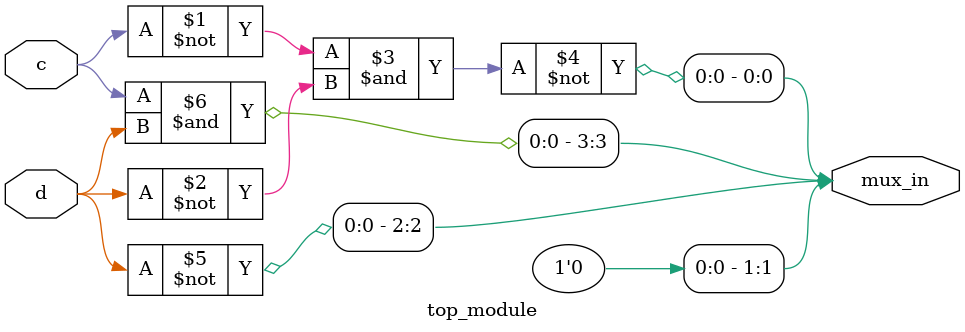
<source format=v>
module top_module (
    input c,
    input d,
    output [3:0] mux_in
); 
    assign mux_in = {(c&d),~d,1'd0,~(~c&~d)};

endmodule

</source>
